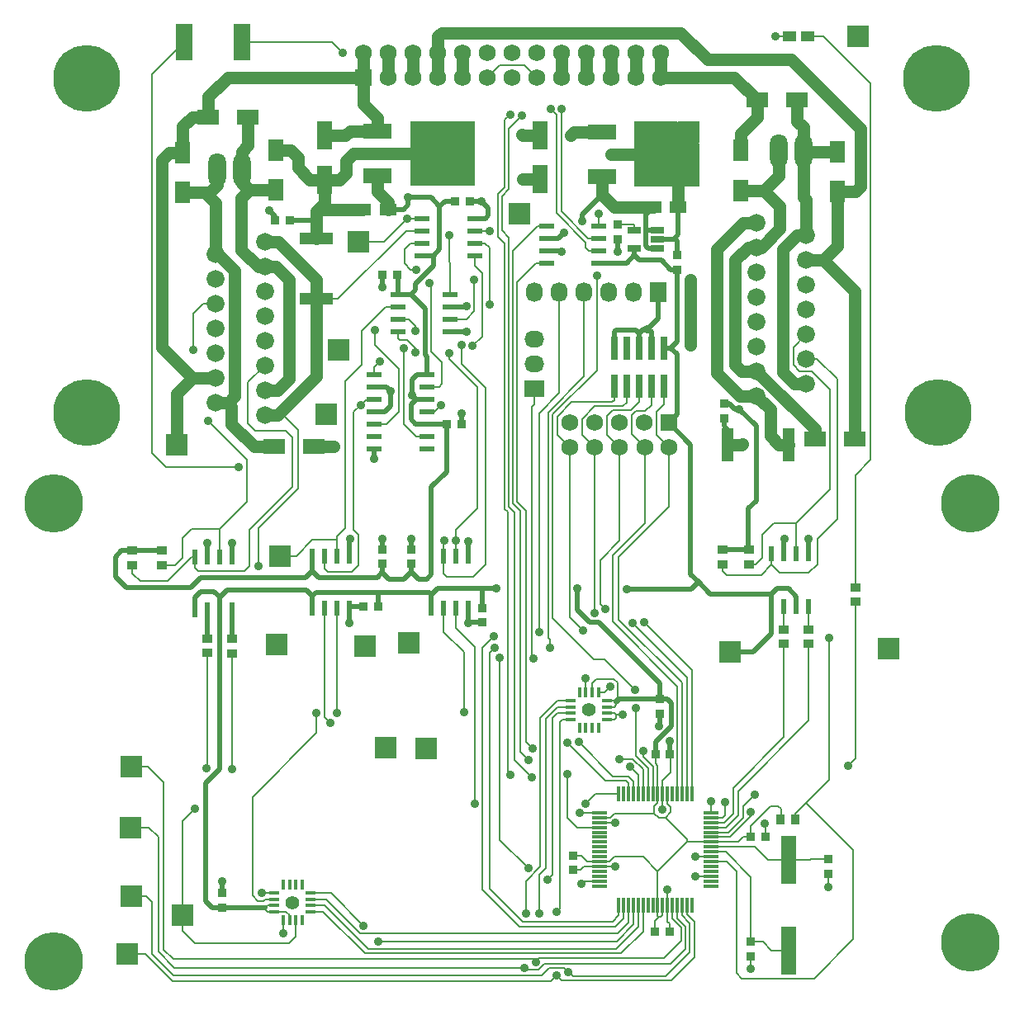
<source format=gtl>
%FSLAX34Y34*%
G04 Gerber Fmt 3.4, Leading zero omitted, Abs format*
G04 (created by PCBNEW (2014-02-21 BZR 4712)-product) date Tue 25 Feb 2014 10:55:41 PM PST*
%MOIN*%
G01*
G70*
G90*
G04 APERTURE LIST*
%ADD10C,0.005906*%
%ADD11R,0.062900X0.118100*%
%ADD12R,0.037400X0.035400*%
%ADD13R,0.070800X0.049200*%
%ADD14R,0.035400X0.037400*%
%ADD15R,0.053100X0.041300*%
%ADD16R,0.086600X0.061000*%
%ADD17R,0.061000X0.086600*%
%ADD18R,0.080000X0.068000*%
%ADD19O,0.080000X0.068000*%
%ADD20R,0.068000X0.080000*%
%ADD21O,0.068000X0.080000*%
%ADD22R,0.029921X0.094488*%
%ADD23O,0.070900X0.137800*%
%ADD24R,0.039300X0.033400*%
%ADD25R,0.033400X0.039300*%
%ADD26R,0.045200X0.131800*%
%ADD27R,0.131800X0.045200*%
%ADD28R,0.066900X0.145700*%
%ADD29R,0.061000X0.023600*%
%ADD30R,0.059000X0.011800*%
%ADD31R,0.011800X0.059000*%
%ADD32R,0.052800X0.025900*%
%ADD33R,0.023600X0.061000*%
%ADD34C,0.072000*%
%ADD35R,0.062900X0.192900*%
%ADD36R,0.068000X0.068000*%
%ADD37C,0.068000*%
%ADD38R,0.039300X0.013700*%
%ADD39R,0.013700X0.039300*%
%ADD40R,0.088000X0.088000*%
%ADD41C,0.236200*%
%ADD42C,0.270000*%
%ADD43C,0.055118*%
%ADD44R,0.118100X0.063000*%
%ADD45R,0.087926X0.087926*%
%ADD46R,0.263780X0.263780*%
%ADD47C,0.035000*%
%ADD48C,0.020000*%
%ADD49C,0.050000*%
%ADD50C,0.008000*%
G04 APERTURE END LIST*
G54D10*
G54D11*
X40488Y-24485D03*
X40488Y-26255D03*
G54D12*
X45344Y-47269D03*
X45344Y-47859D03*
G54D13*
X45051Y-27413D03*
X46073Y-27413D03*
G54D14*
X45159Y-49490D03*
X45749Y-49490D03*
X48998Y-52844D03*
X49588Y-52844D03*
G54D12*
X41824Y-53588D03*
X41824Y-54178D03*
G54D14*
X45143Y-56651D03*
X45733Y-56651D03*
G54D12*
X27659Y-55686D03*
X27659Y-55096D03*
X43635Y-28108D03*
X43635Y-28698D03*
X49001Y-57061D03*
X49001Y-57651D03*
X46049Y-29919D03*
X46049Y-29329D03*
X52120Y-53738D03*
X52120Y-54328D03*
G54D11*
X31801Y-24514D03*
X31801Y-26284D03*
G54D13*
X34369Y-27500D03*
X33347Y-27500D03*
G54D14*
X29799Y-27940D03*
X30389Y-27940D03*
G54D12*
X47923Y-35329D03*
X47923Y-35919D03*
G54D14*
X37069Y-27159D03*
X37659Y-27159D03*
X34722Y-30127D03*
X34132Y-30127D03*
X36734Y-36179D03*
X37324Y-36179D03*
G54D12*
X34143Y-41808D03*
X34143Y-41218D03*
X35309Y-41808D03*
X35309Y-41218D03*
G54D15*
X51285Y-20505D03*
X50577Y-20505D03*
G54D16*
X27102Y-23751D03*
X28716Y-23751D03*
G54D17*
X29818Y-26712D03*
X29818Y-25098D03*
G54D16*
X53210Y-36761D03*
X51596Y-36761D03*
G54D17*
X48598Y-26724D03*
X48598Y-25110D03*
X26082Y-25189D03*
X26082Y-26803D03*
G54D16*
X29763Y-37066D03*
X31377Y-37066D03*
G54D17*
X52515Y-26767D03*
X52515Y-25153D03*
G54D16*
X50877Y-23078D03*
X49263Y-23078D03*
G54D18*
X40281Y-34726D03*
G54D19*
X40281Y-33726D03*
X40281Y-32726D03*
G54D20*
X45281Y-30840D03*
G54D21*
X44281Y-30840D03*
X43281Y-30840D03*
X42281Y-30840D03*
X41281Y-30840D03*
X40281Y-30840D03*
G54D22*
X45488Y-33090D03*
X45488Y-34625D03*
X44988Y-33090D03*
X44988Y-34625D03*
X44488Y-33090D03*
X44488Y-34625D03*
X43988Y-33090D03*
X43988Y-34625D03*
X43488Y-33090D03*
X43488Y-34625D03*
G54D23*
X27468Y-25913D03*
X28468Y-25913D03*
X51122Y-25145D03*
X50122Y-25145D03*
G54D24*
X53218Y-42758D03*
X53218Y-43348D03*
G54D25*
X50800Y-52124D03*
X50210Y-52124D03*
G54D24*
X27061Y-45415D03*
X27061Y-44825D03*
X28057Y-45430D03*
X28057Y-44840D03*
X50348Y-45045D03*
X50348Y-44455D03*
X51348Y-45045D03*
X51348Y-44455D03*
X24041Y-41856D03*
X24041Y-41266D03*
X47860Y-41824D03*
X47860Y-41234D03*
X25218Y-41856D03*
X25218Y-41266D03*
X48919Y-41828D03*
X48919Y-41238D03*
G54D26*
X48081Y-36982D03*
X50521Y-36982D03*
G54D27*
X31468Y-28673D03*
X31468Y-31113D03*
G54D28*
X26142Y-20724D03*
X28464Y-20724D03*
G54D29*
X40756Y-28155D03*
X40756Y-28655D03*
X40756Y-29155D03*
X40756Y-29655D03*
X42880Y-29655D03*
X42880Y-29155D03*
X42880Y-28655D03*
X42880Y-28155D03*
G54D30*
X42907Y-51864D03*
X42907Y-52061D03*
X42907Y-52258D03*
X42907Y-52455D03*
X42907Y-52652D03*
X42907Y-52848D03*
X42907Y-53045D03*
X42907Y-53242D03*
X42907Y-53438D03*
X42907Y-53635D03*
X42907Y-53832D03*
X42907Y-54028D03*
X42907Y-54225D03*
X42907Y-54422D03*
X42907Y-54619D03*
X42907Y-54816D03*
G54D31*
X43675Y-55584D03*
X43872Y-55584D03*
X44069Y-55584D03*
X44266Y-55584D03*
X44463Y-55584D03*
X44659Y-55584D03*
X44856Y-55584D03*
X45053Y-55584D03*
X45249Y-55584D03*
X45446Y-55584D03*
X45643Y-55584D03*
X45839Y-55584D03*
X46036Y-55584D03*
X46233Y-55584D03*
X46430Y-55584D03*
X46627Y-55584D03*
G54D30*
X47395Y-54816D03*
X47395Y-54619D03*
X47395Y-54422D03*
X47395Y-54225D03*
X47395Y-54028D03*
X47395Y-53832D03*
X47395Y-53635D03*
X47395Y-53438D03*
X47395Y-53242D03*
X47395Y-53045D03*
X47395Y-52848D03*
X47395Y-52652D03*
X47395Y-52455D03*
X47395Y-52258D03*
X47395Y-52061D03*
X47395Y-51864D03*
G54D31*
X46627Y-51096D03*
X46430Y-51096D03*
X46233Y-51096D03*
X46036Y-51096D03*
X45839Y-51096D03*
X45643Y-51096D03*
X45446Y-51096D03*
X45249Y-51096D03*
X45053Y-51096D03*
X44856Y-51096D03*
X44659Y-51096D03*
X44463Y-51096D03*
X44266Y-51096D03*
X44069Y-51096D03*
X43872Y-51096D03*
X43675Y-51096D03*
G54D32*
X45250Y-29070D03*
X45250Y-28696D03*
X45250Y-28322D03*
X44300Y-28322D03*
X44300Y-29070D03*
G54D33*
X31314Y-43611D03*
X31814Y-43611D03*
X32314Y-43611D03*
X32814Y-43611D03*
X32814Y-41487D03*
X32314Y-41487D03*
X31814Y-41487D03*
X31314Y-41487D03*
X36114Y-43611D03*
X36614Y-43611D03*
X37114Y-43611D03*
X37614Y-43611D03*
X37614Y-41487D03*
X37114Y-41487D03*
X36614Y-41487D03*
X36114Y-41487D03*
G54D34*
X27389Y-32299D03*
X29389Y-31799D03*
X27389Y-31299D03*
X29389Y-30799D03*
X27389Y-30299D03*
X29389Y-29799D03*
X27389Y-29299D03*
X29389Y-28799D03*
X29389Y-35799D03*
X27389Y-35299D03*
X29389Y-34799D03*
X27389Y-34299D03*
X29389Y-33799D03*
X27389Y-33299D03*
X29389Y-32799D03*
X51244Y-31523D03*
X49244Y-32023D03*
X51244Y-32523D03*
X49244Y-33023D03*
X51244Y-33523D03*
X49244Y-34023D03*
X51244Y-34523D03*
X49244Y-35023D03*
X49244Y-28023D03*
X51244Y-28523D03*
X49244Y-29023D03*
X51244Y-29523D03*
X49244Y-30023D03*
X51244Y-30523D03*
X49244Y-31023D03*
G54D29*
X34758Y-30929D03*
X34758Y-31429D03*
X34758Y-31929D03*
X34758Y-32429D03*
X36882Y-32429D03*
X36882Y-31929D03*
X36882Y-31429D03*
X36882Y-30929D03*
G54D35*
X50549Y-57418D03*
X50549Y-53758D03*
G54D29*
X33813Y-34155D03*
X33813Y-34655D03*
X33813Y-35155D03*
X33813Y-35655D03*
X33813Y-36155D03*
X33813Y-36655D03*
X33813Y-37155D03*
X35937Y-37155D03*
X35937Y-36655D03*
X35937Y-36155D03*
X35937Y-35655D03*
X35937Y-35155D03*
X35937Y-34655D03*
X35937Y-34155D03*
X37855Y-29354D03*
X37855Y-28854D03*
X37855Y-28354D03*
X37855Y-27854D03*
X35731Y-27854D03*
X35731Y-28354D03*
X35731Y-28854D03*
X35731Y-29354D03*
G54D36*
X45700Y-36114D03*
G54D37*
X45700Y-37114D03*
X44700Y-36114D03*
X44724Y-37102D03*
X43700Y-36114D03*
X43700Y-37114D03*
X42700Y-36114D03*
X42700Y-37114D03*
X41700Y-36114D03*
X41700Y-37114D03*
G54D33*
X26559Y-43658D03*
X27059Y-43658D03*
X27559Y-43658D03*
X28059Y-43658D03*
X28059Y-41534D03*
X27559Y-41534D03*
X27059Y-41534D03*
X26559Y-41534D03*
X49850Y-43520D03*
X50350Y-43520D03*
X50850Y-43520D03*
X51350Y-43520D03*
X51350Y-41396D03*
X50850Y-41396D03*
X50350Y-41396D03*
X49850Y-41396D03*
G54D38*
X31239Y-55865D03*
X31239Y-55609D03*
X31239Y-55355D03*
X31239Y-55099D03*
G54D39*
X30894Y-54754D03*
X30638Y-54754D03*
X30384Y-54754D03*
X30128Y-54754D03*
G54D38*
X29783Y-55099D03*
X29783Y-55355D03*
X29783Y-55609D03*
X29783Y-55865D03*
G54D39*
X30128Y-56210D03*
X30384Y-56210D03*
X30638Y-56210D03*
X30894Y-56210D03*
G54D38*
X41748Y-47329D03*
X41748Y-47585D03*
X41748Y-47839D03*
X41748Y-48095D03*
G54D39*
X42093Y-48440D03*
X42349Y-48440D03*
X42603Y-48440D03*
X42859Y-48440D03*
G54D38*
X43204Y-48095D03*
X43204Y-47839D03*
X43204Y-47585D03*
X43204Y-47329D03*
G54D39*
X42859Y-46984D03*
X42603Y-46984D03*
X42349Y-46984D03*
X42093Y-46984D03*
G54D40*
X39655Y-27655D03*
X48151Y-45379D03*
X54564Y-45218D03*
X31883Y-35769D03*
X25840Y-37001D03*
X53340Y-20509D03*
X35210Y-45009D03*
X33423Y-45116D03*
X30005Y-41494D03*
X33167Y-28801D03*
X32360Y-33175D03*
X29875Y-45076D03*
X35899Y-49269D03*
X34257Y-49246D03*
X26068Y-55990D03*
X24001Y-55230D03*
X23848Y-57580D03*
X24009Y-49990D03*
X23958Y-52458D03*
G54D14*
X33958Y-43545D03*
X33368Y-43545D03*
G54D12*
X38171Y-43584D03*
X38171Y-44174D03*
G54D41*
X57874Y-57086D03*
X57874Y-39370D03*
X20866Y-39370D03*
X20866Y-57874D03*
G54D42*
X56555Y-35688D03*
X56515Y-22185D03*
X22185Y-35688D03*
X22185Y-22185D03*
G54D43*
X42476Y-47712D03*
X30511Y-55482D03*
G54D36*
X33370Y-22153D03*
G54D37*
X34370Y-22153D03*
X35370Y-22153D03*
X36370Y-22153D03*
X37370Y-22153D03*
X38370Y-22153D03*
X39370Y-22153D03*
X40370Y-22153D03*
X41370Y-22153D03*
X42370Y-22153D03*
X43370Y-22153D03*
X44370Y-22153D03*
X45370Y-22153D03*
X45370Y-21153D03*
X44370Y-21153D03*
X43370Y-21153D03*
X42370Y-21153D03*
X41370Y-21153D03*
X40370Y-21153D03*
X39370Y-21153D03*
X38370Y-21153D03*
X37370Y-21153D03*
X36370Y-21153D03*
X35370Y-21153D03*
X34370Y-21153D03*
X33370Y-21153D03*
G54D44*
X42988Y-24349D03*
X42988Y-26161D03*
G54D45*
X45606Y-25255D03*
X46485Y-24376D03*
X46485Y-26135D03*
X44726Y-24376D03*
X44726Y-26135D03*
X45606Y-24376D03*
X45606Y-26135D03*
X46485Y-25255D03*
X44726Y-25255D03*
G54D46*
X45606Y-25255D03*
G54D44*
X33946Y-24324D03*
X33946Y-26136D03*
G54D45*
X36564Y-25230D03*
X37444Y-24351D03*
X37444Y-26109D03*
X35685Y-24351D03*
X35685Y-26109D03*
X36564Y-24351D03*
X36564Y-26109D03*
X37444Y-25230D03*
X35685Y-25230D03*
G54D46*
X36564Y-25230D03*
G54D47*
X41356Y-29183D03*
X42210Y-27978D03*
X40320Y-57883D03*
X40470Y-55919D03*
X39860Y-58131D03*
X39931Y-55919D03*
X41639Y-58289D03*
X40816Y-54553D03*
X39781Y-24478D03*
X41738Y-24494D03*
X43706Y-49698D03*
X40210Y-49261D03*
X40049Y-49738D03*
X44120Y-50001D03*
X33840Y-32356D03*
X38470Y-31340D03*
X34458Y-34820D03*
X35328Y-34982D03*
X48541Y-35549D03*
X35179Y-27001D03*
X29551Y-27523D03*
X37423Y-47797D03*
X42053Y-49009D03*
X48651Y-36974D03*
X35309Y-40793D03*
X34143Y-40789D03*
X27064Y-40954D03*
X28061Y-40950D03*
X37612Y-40891D03*
X32828Y-40809D03*
X51348Y-40801D03*
X50352Y-40789D03*
X37324Y-35726D03*
X34131Y-30616D03*
X38131Y-27159D03*
X33812Y-37549D03*
X32151Y-37064D03*
X37525Y-32431D03*
X37521Y-31407D03*
X37868Y-51513D03*
X42328Y-51509D03*
X32041Y-48218D03*
X44659Y-49356D03*
X27049Y-50080D03*
X47391Y-51407D03*
X28068Y-50108D03*
X47958Y-51419D03*
X27112Y-36045D03*
X26486Y-33175D03*
X34990Y-33088D03*
X29120Y-41915D03*
X41596Y-49021D03*
X32309Y-47840D03*
X49009Y-51816D03*
X39312Y-50336D03*
X39289Y-23651D03*
X40151Y-50446D03*
X49183Y-51120D03*
X39781Y-23683D03*
X44226Y-44183D03*
X42698Y-43785D03*
X44714Y-44175D03*
X43120Y-43631D03*
X38663Y-45206D03*
X40899Y-45210D03*
X40458Y-44549D03*
X38631Y-44738D03*
X41171Y-58427D03*
X41159Y-55860D03*
X28348Y-37891D03*
X52183Y-44793D03*
X42238Y-44490D03*
X33375Y-56419D03*
X33978Y-57049D03*
X44001Y-42824D03*
X41998Y-42812D03*
X38718Y-42812D03*
X37612Y-44198D03*
X50005Y-20505D03*
X43832Y-47907D03*
X45289Y-48368D03*
X27663Y-54631D03*
X46568Y-30316D03*
X46561Y-30836D03*
X46568Y-32387D03*
X46572Y-32954D03*
X32549Y-21163D03*
X39801Y-26257D03*
X45750Y-48958D03*
X44848Y-32320D03*
X49568Y-52309D03*
X52127Y-54852D03*
X49001Y-58163D03*
X45431Y-51730D03*
X43545Y-52261D03*
X43541Y-54025D03*
X46753Y-54423D03*
X46765Y-53635D03*
X45643Y-54954D03*
X29253Y-55096D03*
X30127Y-56742D03*
X43328Y-46765D03*
X32812Y-44210D03*
X41458Y-28423D03*
X43352Y-25253D03*
X43635Y-29214D03*
X40025Y-54108D03*
X38879Y-45612D03*
X40242Y-45631D03*
X42151Y-54718D03*
X41364Y-23419D03*
X40927Y-23431D03*
X52919Y-49978D03*
X41588Y-50301D03*
X35137Y-27854D03*
X36820Y-28521D03*
X26561Y-51710D03*
X42096Y-51864D03*
X36513Y-35387D03*
X33257Y-35383D03*
X37114Y-40872D03*
X35470Y-33269D03*
X36828Y-33301D03*
X36620Y-40875D03*
X37320Y-32978D03*
X35478Y-32411D03*
X31482Y-47820D03*
X42340Y-46438D03*
X37781Y-33009D03*
X34029Y-33639D03*
X35486Y-29919D03*
X36021Y-30466D03*
X37848Y-30320D03*
X38478Y-28356D03*
X44344Y-46887D03*
X44352Y-47647D03*
X42785Y-30175D03*
X42868Y-27659D03*
G54D48*
X42210Y-27978D02*
X42210Y-27683D01*
X42210Y-27683D02*
X42988Y-26905D01*
X40756Y-29155D02*
X41328Y-29155D01*
X41328Y-29155D02*
X41356Y-29183D01*
X45250Y-28322D02*
X44761Y-28322D01*
X45250Y-29070D02*
X44862Y-29070D01*
X44761Y-27703D02*
X45051Y-27413D01*
X44761Y-28970D02*
X44761Y-28322D01*
X44761Y-28322D02*
X44761Y-27703D01*
X44862Y-29070D02*
X44761Y-28970D01*
G54D49*
X45051Y-27413D02*
X43496Y-27413D01*
X42988Y-26905D02*
X42988Y-26161D01*
X43496Y-27413D02*
X42988Y-26905D01*
G54D50*
X40320Y-57883D02*
X40218Y-57781D01*
X24671Y-49990D02*
X24009Y-49990D01*
X25312Y-50631D02*
X24671Y-49990D01*
X25312Y-57395D02*
X25312Y-50631D01*
X25698Y-57781D02*
X25312Y-57395D01*
X40218Y-57781D02*
X25698Y-57781D01*
X41748Y-47585D02*
X41201Y-47585D01*
X45839Y-56148D02*
X45839Y-55584D01*
X46198Y-56507D02*
X45839Y-56148D01*
X46198Y-57045D02*
X46198Y-56507D01*
X45509Y-57734D02*
X46198Y-57045D01*
X40470Y-57734D02*
X45509Y-57734D01*
X40320Y-57883D02*
X40470Y-57734D01*
X40470Y-54360D02*
X40470Y-55919D01*
X40738Y-54092D02*
X40470Y-54360D01*
X40738Y-48049D02*
X40738Y-54092D01*
X41201Y-47585D02*
X40738Y-48049D01*
X39860Y-58131D02*
X25742Y-58131D01*
X24698Y-52458D02*
X23958Y-52458D01*
X25088Y-52848D02*
X24698Y-52458D01*
X25088Y-57478D02*
X25088Y-52848D01*
X25742Y-58131D02*
X25088Y-57478D01*
X40450Y-58198D02*
X39927Y-58198D01*
X39927Y-58198D02*
X39860Y-58131D01*
X41748Y-47329D02*
X41202Y-47329D01*
X46036Y-56119D02*
X46036Y-55584D01*
X46372Y-56454D02*
X46036Y-56119D01*
X46372Y-57360D02*
X46372Y-56454D01*
X45755Y-57976D02*
X46372Y-57360D01*
X40672Y-57976D02*
X45755Y-57976D01*
X40450Y-58198D02*
X40672Y-57976D01*
X39931Y-54616D02*
X39931Y-55919D01*
X40513Y-54033D02*
X39931Y-54616D01*
X40513Y-48017D02*
X40513Y-54033D01*
X41202Y-47329D02*
X40513Y-48017D01*
X41639Y-58289D02*
X41467Y-58116D01*
X24600Y-55230D02*
X24001Y-55230D01*
X24836Y-55466D02*
X24600Y-55230D01*
X24836Y-57561D02*
X24836Y-55466D01*
X25694Y-58419D02*
X24836Y-57561D01*
X40572Y-58419D02*
X25694Y-58419D01*
X40875Y-58116D02*
X40572Y-58419D01*
X41467Y-58116D02*
X40875Y-58116D01*
X40816Y-54553D02*
X41009Y-54360D01*
X41009Y-48045D02*
X41215Y-47839D01*
X41009Y-54360D02*
X41009Y-48045D01*
X46545Y-57490D02*
X45559Y-58475D01*
X41826Y-58475D02*
X41639Y-58289D01*
X45559Y-58475D02*
X41826Y-58475D01*
X41748Y-47839D02*
X41215Y-47839D01*
X46233Y-56005D02*
X46233Y-55584D01*
X46545Y-56316D02*
X46233Y-56005D01*
X46545Y-57490D02*
X46545Y-56316D01*
G54D49*
X40488Y-24485D02*
X39788Y-24485D01*
X39788Y-24485D02*
X39781Y-24478D01*
X41738Y-24494D02*
X41882Y-24349D01*
X41882Y-24349D02*
X42988Y-24349D01*
X37370Y-21153D02*
X37370Y-22153D01*
G54D50*
X44659Y-51096D02*
X44659Y-50112D01*
X44246Y-49698D02*
X43706Y-49698D01*
X44659Y-50112D02*
X44246Y-49698D01*
X39946Y-48998D02*
X39946Y-39663D01*
X40210Y-49261D02*
X39946Y-48998D01*
X40756Y-29655D02*
X40336Y-29655D01*
X39567Y-39284D02*
X39946Y-39663D01*
X39567Y-30424D02*
X39567Y-39284D01*
X40336Y-29655D02*
X39567Y-30424D01*
X44463Y-51096D02*
X44463Y-50345D01*
X39710Y-49399D02*
X39710Y-39679D01*
X40049Y-49738D02*
X39710Y-49399D01*
X44463Y-50345D02*
X44120Y-50001D01*
X39710Y-39679D02*
X39407Y-39375D01*
X40756Y-28155D02*
X40407Y-28155D01*
X39407Y-29155D02*
X39407Y-39375D01*
X40407Y-28155D02*
X39407Y-29155D01*
G54D49*
X51244Y-34523D02*
X50775Y-34523D01*
X50314Y-34062D02*
X50314Y-29082D01*
X50775Y-34523D02*
X50314Y-34062D01*
X51244Y-28523D02*
X51244Y-27110D01*
X51122Y-26988D02*
X51122Y-25145D01*
X51244Y-27110D02*
X51122Y-26988D01*
X52515Y-25153D02*
X51130Y-25153D01*
X51130Y-25153D02*
X51122Y-25145D01*
X51122Y-25145D02*
X51122Y-24169D01*
X51122Y-24169D02*
X50877Y-23925D01*
X50877Y-23925D02*
X50877Y-23078D01*
X51244Y-34523D02*
X51244Y-34523D01*
X50874Y-28523D02*
X51244Y-28523D01*
X50314Y-29082D02*
X50874Y-28523D01*
X49244Y-34023D02*
X51596Y-36376D01*
X51596Y-36376D02*
X51596Y-36761D01*
X49244Y-29023D02*
X49429Y-29023D01*
X50181Y-27377D02*
X49527Y-26724D01*
X50181Y-28271D02*
X50181Y-27377D01*
X49429Y-29023D02*
X50181Y-28271D01*
X48598Y-26724D02*
X49527Y-26724D01*
X49527Y-26724D02*
X50122Y-26129D01*
X50122Y-26129D02*
X50122Y-25145D01*
X49244Y-34023D02*
X48633Y-34023D01*
X48901Y-29023D02*
X49244Y-29023D01*
X48381Y-29543D02*
X48901Y-29023D01*
X48381Y-33771D02*
X48381Y-29543D01*
X48633Y-34023D02*
X48381Y-33771D01*
G54D50*
X47860Y-41824D02*
X47860Y-42096D01*
X49435Y-42257D02*
X49850Y-41842D01*
X48021Y-42257D02*
X49435Y-42257D01*
X47860Y-42096D02*
X48021Y-42257D01*
X49850Y-41396D02*
X49850Y-41842D01*
X51673Y-33523D02*
X51244Y-33523D01*
X52490Y-34340D02*
X51673Y-33523D01*
X52490Y-39998D02*
X52490Y-34340D01*
X51698Y-40789D02*
X52490Y-39998D01*
X51698Y-41824D02*
X51698Y-40789D01*
X51348Y-42175D02*
X51698Y-41824D01*
X50183Y-42175D02*
X51348Y-42175D01*
X49850Y-41842D02*
X50183Y-42175D01*
X48919Y-41828D02*
X49206Y-41828D01*
X49919Y-40175D02*
X50850Y-40175D01*
X49454Y-40639D02*
X49919Y-40175D01*
X49454Y-41580D02*
X49454Y-40639D01*
X49206Y-41828D02*
X49454Y-41580D01*
X51244Y-32523D02*
X50718Y-33049D01*
X50850Y-40153D02*
X50850Y-40175D01*
X50850Y-40175D02*
X50850Y-41396D01*
X52214Y-38789D02*
X50850Y-40153D01*
X52214Y-34761D02*
X52214Y-38789D01*
X51474Y-34021D02*
X52214Y-34761D01*
X50982Y-34021D02*
X51474Y-34021D01*
X50718Y-33757D02*
X50982Y-34021D01*
X50718Y-33049D02*
X50718Y-33757D01*
X33813Y-36155D02*
X34285Y-36155D01*
X33840Y-32978D02*
X33840Y-32356D01*
X34785Y-33923D02*
X33840Y-32978D01*
X34785Y-35655D02*
X34785Y-33923D01*
X34285Y-36155D02*
X34785Y-35655D01*
G54D49*
X49244Y-35023D02*
X49785Y-35564D01*
X50143Y-36982D02*
X50521Y-36982D01*
X49785Y-36624D02*
X50143Y-36982D01*
X49785Y-35564D02*
X49785Y-36624D01*
G54D50*
X38283Y-28854D02*
X37855Y-28854D01*
X38470Y-29041D02*
X38283Y-28854D01*
X38470Y-31340D02*
X38470Y-29041D01*
G54D49*
X49244Y-35023D02*
X48555Y-35023D01*
X48712Y-28023D02*
X49244Y-28023D01*
X47645Y-29090D02*
X48712Y-28023D01*
X47645Y-34114D02*
X47645Y-29090D01*
X48555Y-35023D02*
X47645Y-34114D01*
G54D48*
X34369Y-27500D02*
X34992Y-27500D01*
X35179Y-27312D02*
X35179Y-27001D01*
X34992Y-27500D02*
X35179Y-27312D01*
G54D49*
X34369Y-27500D02*
X34369Y-27184D01*
X33946Y-26761D02*
X33946Y-26136D01*
X34369Y-27184D02*
X33946Y-26761D01*
G54D48*
X24041Y-41266D02*
X25218Y-41266D01*
X23352Y-42344D02*
X23352Y-41529D01*
X23615Y-41266D02*
X24041Y-41266D01*
X23352Y-41529D02*
X23615Y-41266D01*
X23352Y-42344D02*
X23789Y-42781D01*
X26399Y-42781D02*
X26816Y-42364D01*
X23789Y-42781D02*
X26399Y-42781D01*
X35937Y-34155D02*
X35937Y-33426D01*
X35868Y-31505D02*
X35291Y-30929D01*
X35868Y-33356D02*
X35868Y-31505D01*
X35937Y-33426D02*
X35868Y-33356D01*
X34143Y-42147D02*
X33931Y-42360D01*
X31578Y-42360D02*
X31314Y-42096D01*
X33931Y-42360D02*
X31578Y-42360D01*
X35309Y-42120D02*
X35009Y-42419D01*
X34143Y-42151D02*
X34143Y-42147D01*
X34143Y-42147D02*
X34143Y-41808D01*
X34411Y-42419D02*
X34143Y-42151D01*
X35009Y-42419D02*
X34411Y-42419D01*
X36114Y-41487D02*
X36114Y-42228D01*
X35309Y-42120D02*
X35309Y-41808D01*
X35608Y-42419D02*
X35309Y-42120D01*
X35923Y-42419D02*
X35608Y-42419D01*
X36114Y-42228D02*
X35923Y-42419D01*
X31314Y-42096D02*
X31047Y-42364D01*
X31047Y-42364D02*
X26816Y-42364D01*
X31314Y-42096D02*
X31314Y-41487D01*
X36734Y-36179D02*
X36734Y-38088D01*
X36114Y-38708D02*
X36114Y-41487D01*
X36734Y-38088D02*
X36114Y-38708D01*
X47860Y-41234D02*
X48915Y-41234D01*
X49238Y-36246D02*
X48541Y-35549D01*
X49238Y-39250D02*
X49238Y-36246D01*
X48915Y-39572D02*
X49238Y-39250D01*
X48915Y-41234D02*
X48915Y-39572D01*
X35937Y-36155D02*
X36710Y-36155D01*
X36710Y-36155D02*
X36734Y-36179D01*
X34758Y-30929D02*
X34758Y-30164D01*
X34758Y-30164D02*
X34722Y-30127D01*
X37069Y-27159D02*
X36651Y-27159D01*
X36651Y-27159D02*
X36450Y-27360D01*
X35937Y-36155D02*
X35474Y-36155D01*
X35289Y-35368D02*
X35501Y-35155D01*
X35289Y-35970D02*
X35289Y-35368D01*
X35474Y-36155D02*
X35289Y-35970D01*
X35328Y-34982D02*
X35328Y-34372D01*
X35328Y-34372D02*
X35545Y-34155D01*
X35937Y-35155D02*
X35501Y-35155D01*
X35328Y-34982D02*
X35501Y-35155D01*
X33813Y-35655D02*
X34226Y-35655D01*
X34226Y-35655D02*
X34458Y-35423D01*
X34458Y-35423D02*
X34458Y-34820D01*
X34293Y-34655D02*
X33813Y-34655D01*
X34458Y-34820D02*
X34293Y-34655D01*
X35937Y-34155D02*
X35545Y-34155D01*
X36185Y-29354D02*
X36185Y-29775D01*
X35478Y-30742D02*
X35291Y-30929D01*
X35478Y-30482D02*
X35478Y-30742D01*
X36185Y-29775D02*
X35478Y-30482D01*
X35731Y-29354D02*
X36185Y-29354D01*
X36185Y-29354D02*
X36450Y-29088D01*
X35179Y-27001D02*
X36092Y-27001D01*
X36092Y-27001D02*
X36450Y-27360D01*
X35291Y-30929D02*
X34758Y-30929D01*
X36450Y-27360D02*
X36450Y-29088D01*
X48147Y-35329D02*
X47923Y-35329D01*
X48368Y-35549D02*
X48147Y-35329D01*
X48541Y-35549D02*
X48368Y-35549D01*
X29799Y-27940D02*
X29799Y-27771D01*
X29799Y-27771D02*
X29551Y-27523D01*
G54D50*
X37423Y-45372D02*
X36614Y-44562D01*
X37423Y-47797D02*
X37423Y-45372D01*
X44064Y-50403D02*
X43446Y-50403D01*
X43446Y-50403D02*
X42053Y-49009D01*
X44266Y-51096D02*
X44266Y-50605D01*
X36614Y-44562D02*
X36614Y-43611D01*
X44266Y-50605D02*
X44064Y-50403D01*
X47922Y-52258D02*
X48297Y-51883D01*
X48297Y-50864D02*
X50348Y-48812D01*
X48297Y-51883D02*
X48297Y-50864D01*
X50348Y-45045D02*
X50348Y-48812D01*
X47922Y-52258D02*
X47395Y-52258D01*
X48016Y-52455D02*
X48501Y-51970D01*
X48501Y-50994D02*
X51348Y-48147D01*
X48501Y-51970D02*
X48501Y-50994D01*
X47395Y-52455D02*
X48016Y-52455D01*
X51348Y-48147D02*
X51348Y-45045D01*
G54D49*
X31801Y-26284D02*
X31205Y-26284D01*
X30425Y-25098D02*
X29818Y-25098D01*
X30718Y-25391D02*
X30425Y-25098D01*
X30718Y-25797D02*
X30718Y-25391D01*
X31205Y-26284D02*
X30718Y-25797D01*
X31801Y-26284D02*
X31801Y-27226D01*
X31801Y-27226D02*
X31527Y-27500D01*
X31801Y-26284D02*
X32392Y-26284D01*
X32954Y-25230D02*
X36564Y-25230D01*
X32655Y-25529D02*
X32954Y-25230D01*
X32655Y-26021D02*
X32655Y-25529D01*
X32392Y-26284D02*
X32655Y-26021D01*
G54D48*
X48081Y-36982D02*
X48081Y-36392D01*
X47923Y-36234D02*
X47923Y-35919D01*
X48081Y-36392D02*
X47923Y-36234D01*
G54D49*
X48081Y-36982D02*
X48643Y-36982D01*
X48643Y-36982D02*
X48651Y-36974D01*
G54D48*
X35309Y-41218D02*
X35309Y-40793D01*
X34143Y-41218D02*
X34143Y-40789D01*
X27059Y-41534D02*
X27059Y-40960D01*
X27059Y-40960D02*
X27064Y-40954D01*
X28059Y-41534D02*
X28059Y-40952D01*
X28059Y-40952D02*
X28061Y-40950D01*
X37614Y-41487D02*
X37614Y-40893D01*
X37614Y-40893D02*
X37612Y-40891D01*
X32814Y-41487D02*
X32814Y-40822D01*
X32814Y-40822D02*
X32828Y-40809D01*
X51350Y-41396D02*
X51350Y-40803D01*
X51350Y-40803D02*
X51348Y-40801D01*
X50350Y-41396D02*
X50350Y-40791D01*
X50350Y-40791D02*
X50352Y-40789D01*
X37324Y-36179D02*
X37324Y-35726D01*
X37324Y-35726D02*
X37324Y-35726D01*
X34132Y-30127D02*
X34132Y-30615D01*
X34132Y-30615D02*
X34131Y-30616D01*
X38131Y-27159D02*
X38407Y-27435D01*
X37659Y-27159D02*
X38131Y-27159D01*
X38295Y-27854D02*
X37855Y-27854D01*
X38407Y-27742D02*
X38295Y-27854D01*
X38407Y-27435D02*
X38407Y-27742D01*
X33813Y-37155D02*
X33813Y-37548D01*
X33813Y-37548D02*
X33812Y-37549D01*
G54D49*
X31377Y-37066D02*
X32149Y-37066D01*
X32149Y-37066D02*
X32151Y-37064D01*
G54D48*
X36882Y-32429D02*
X37523Y-32429D01*
X37523Y-32429D02*
X37525Y-32431D01*
X36882Y-31429D02*
X37500Y-31429D01*
X37500Y-31429D02*
X37521Y-31407D01*
X30389Y-27940D02*
X31468Y-27940D01*
G54D49*
X33347Y-27500D02*
X31527Y-27500D01*
X31527Y-27500D02*
X31468Y-27559D01*
X31468Y-27940D02*
X31468Y-27559D01*
X31468Y-28673D02*
X31468Y-27940D01*
X45370Y-21153D02*
X45370Y-22153D01*
X44370Y-21153D02*
X44370Y-22153D01*
X43370Y-21153D02*
X43370Y-22153D01*
X42370Y-22153D02*
X42370Y-21153D01*
X48598Y-25110D02*
X48598Y-24440D01*
X49263Y-23775D02*
X49263Y-23078D01*
X48598Y-24440D02*
X49263Y-23775D01*
X49263Y-23078D02*
X48338Y-22153D01*
X48338Y-22153D02*
X45370Y-22153D01*
G54D50*
X37868Y-45161D02*
X37114Y-44407D01*
X37868Y-51513D02*
X37868Y-45161D01*
X43675Y-51096D02*
X42742Y-51096D01*
X37114Y-44407D02*
X37114Y-43611D01*
X42742Y-51096D02*
X42328Y-51509D01*
G54D49*
X33946Y-24324D02*
X32841Y-24324D01*
X32650Y-24514D02*
X31801Y-24514D01*
X32841Y-24324D02*
X32650Y-24514D01*
X33946Y-24324D02*
X33946Y-23809D01*
X33370Y-23232D02*
X33370Y-22153D01*
X33946Y-23809D02*
X33370Y-23232D01*
X26470Y-34299D02*
X25840Y-34929D01*
X25840Y-34929D02*
X25840Y-37001D01*
X26082Y-25189D02*
X25539Y-25189D01*
X26456Y-34299D02*
X26470Y-34299D01*
X26470Y-34299D02*
X27389Y-34299D01*
X25238Y-33080D02*
X26456Y-34299D01*
X25238Y-25490D02*
X25238Y-33080D01*
X25539Y-25189D02*
X25238Y-25490D01*
X53210Y-36761D02*
X53210Y-30793D01*
X53210Y-30793D02*
X51942Y-29525D01*
X36370Y-21153D02*
X36370Y-20500D01*
X36370Y-20500D02*
X36519Y-20350D01*
X36519Y-20350D02*
X46177Y-20350D01*
X46177Y-20350D02*
X47275Y-21448D01*
X47275Y-21448D02*
X50645Y-21448D01*
X50645Y-21448D02*
X53429Y-24232D01*
X53429Y-24232D02*
X53429Y-26562D01*
X53429Y-26562D02*
X53224Y-26767D01*
X53224Y-26767D02*
X52515Y-26767D01*
X33370Y-22153D02*
X27889Y-22153D01*
X27889Y-22153D02*
X27102Y-22940D01*
X36370Y-21153D02*
X36370Y-22153D01*
X35370Y-21153D02*
X35370Y-22153D01*
X34370Y-21153D02*
X34370Y-22153D01*
X33370Y-21153D02*
X33370Y-22153D01*
X26082Y-25189D02*
X26082Y-24137D01*
X26468Y-23751D02*
X27102Y-23751D01*
X26082Y-24137D02*
X26468Y-23751D01*
X51942Y-29525D02*
X52515Y-28952D01*
X52515Y-28952D02*
X52515Y-26767D01*
X51942Y-29525D02*
X51940Y-29523D01*
X51940Y-29523D02*
X51244Y-29523D01*
X27102Y-23751D02*
X27102Y-22940D01*
G54D50*
X31814Y-47992D02*
X31814Y-43611D01*
X32041Y-48218D02*
X31814Y-47992D01*
X45053Y-51096D02*
X45053Y-49994D01*
X44659Y-49600D02*
X44659Y-49356D01*
X45053Y-49994D02*
X44659Y-49600D01*
X47395Y-51864D02*
X47395Y-51411D01*
X27061Y-50068D02*
X27061Y-45415D01*
X27049Y-50080D02*
X27061Y-50068D01*
X47395Y-51411D02*
X47391Y-51407D01*
X47395Y-52061D02*
X47867Y-52061D01*
X28057Y-50096D02*
X28057Y-45430D01*
X28068Y-50108D02*
X28057Y-50096D01*
X47958Y-51970D02*
X47958Y-51419D01*
X47867Y-52061D02*
X47958Y-51970D01*
G54D49*
X27389Y-29299D02*
X27389Y-27228D01*
X27389Y-27228D02*
X26964Y-26803D01*
X26082Y-26803D02*
X26964Y-26803D01*
X26964Y-26803D02*
X27165Y-26803D01*
X27468Y-26500D02*
X27468Y-25913D01*
X27165Y-26803D02*
X27468Y-26500D01*
X27885Y-35299D02*
X28049Y-35462D01*
X28952Y-37066D02*
X29763Y-37066D01*
X28049Y-36163D02*
X28952Y-37066D01*
X28049Y-35462D02*
X28049Y-36163D01*
X27389Y-29299D02*
X27503Y-29299D01*
X27929Y-35299D02*
X27885Y-35299D01*
X27885Y-35299D02*
X27389Y-35299D01*
X28181Y-35047D02*
X27929Y-35299D01*
X28181Y-29976D02*
X28181Y-35047D01*
X27503Y-29299D02*
X28181Y-29976D01*
X29389Y-29799D02*
X29122Y-29799D01*
X28440Y-27027D02*
X28755Y-26712D01*
X28440Y-29118D02*
X28440Y-27027D01*
X29122Y-29799D02*
X28440Y-29118D01*
X29818Y-26712D02*
X28755Y-26712D01*
X28468Y-26425D02*
X28468Y-25913D01*
X28755Y-26712D02*
X28468Y-26425D01*
X28468Y-25913D02*
X28468Y-25157D01*
X28716Y-24909D02*
X28716Y-23751D01*
X28468Y-25157D02*
X28716Y-24909D01*
X29389Y-34799D02*
X29897Y-34799D01*
X29897Y-34799D02*
X30370Y-34326D01*
X30370Y-34326D02*
X30370Y-30334D01*
X30370Y-30334D02*
X29834Y-29799D01*
X29834Y-29799D02*
X29389Y-29799D01*
G54D50*
X24352Y-42501D02*
X24041Y-42190D01*
X24352Y-42501D02*
X25466Y-42501D01*
X25466Y-42501D02*
X26434Y-41534D01*
X26559Y-41534D02*
X26434Y-41534D01*
X24041Y-42190D02*
X24041Y-41856D01*
X26559Y-41534D02*
X26559Y-41964D01*
X26559Y-41964D02*
X26690Y-42096D01*
X29389Y-33799D02*
X28710Y-34478D01*
X28568Y-42096D02*
X26690Y-42096D01*
X28777Y-41887D02*
X28568Y-42096D01*
X28777Y-40431D02*
X28777Y-41887D01*
X30513Y-38694D02*
X28777Y-40431D01*
X30513Y-36694D02*
X30513Y-38694D01*
X30250Y-36431D02*
X30513Y-36694D01*
X28998Y-36431D02*
X30250Y-36431D01*
X28710Y-36143D02*
X28998Y-36431D01*
X28710Y-34478D02*
X28710Y-36143D01*
X28659Y-39285D02*
X28659Y-37592D01*
X28659Y-37592D02*
X27112Y-36045D01*
X25218Y-41856D02*
X25773Y-41856D01*
X26068Y-40820D02*
X26080Y-40820D01*
X26068Y-41561D02*
X26068Y-40820D01*
X25773Y-41856D02*
X26068Y-41561D01*
X28659Y-39285D02*
X28659Y-39311D01*
X28659Y-39311D02*
X27559Y-40411D01*
X26435Y-40411D02*
X27559Y-40411D01*
X26080Y-40765D02*
X26435Y-40411D01*
X26080Y-40820D02*
X26080Y-40765D01*
X27389Y-31299D02*
X26889Y-31299D01*
X27559Y-40411D02*
X27559Y-41534D01*
X26486Y-31702D02*
X26486Y-33175D01*
X26889Y-31299D02*
X26486Y-31702D01*
X35494Y-36655D02*
X35937Y-36655D01*
X34990Y-36151D02*
X35494Y-36655D01*
X34990Y-33088D02*
X34990Y-36151D01*
X29901Y-35799D02*
X30122Y-35799D01*
X29120Y-40375D02*
X29120Y-41915D01*
X30738Y-38757D02*
X29120Y-40375D01*
X30738Y-36415D02*
X30738Y-38757D01*
X30122Y-35799D02*
X30738Y-36415D01*
X35731Y-28354D02*
X35094Y-28354D01*
X35094Y-28354D02*
X32335Y-31113D01*
X32335Y-31113D02*
X31468Y-31113D01*
G54D49*
X29389Y-35799D02*
X29901Y-35799D01*
X29901Y-35799D02*
X31468Y-34232D01*
X31468Y-34232D02*
X31468Y-31113D01*
X31468Y-30326D02*
X31468Y-31113D01*
X29389Y-28799D02*
X29940Y-28799D01*
X29940Y-28799D02*
X31468Y-30326D01*
G54D50*
X43954Y-50557D02*
X43131Y-50557D01*
X43131Y-50557D02*
X41596Y-49021D01*
X32314Y-47834D02*
X32314Y-43611D01*
X32309Y-47840D02*
X32314Y-47834D01*
X44069Y-51096D02*
X44069Y-50671D01*
X44069Y-50671D02*
X43954Y-50557D01*
X39072Y-23868D02*
X39072Y-26600D01*
X38805Y-28608D02*
X39072Y-28875D01*
X38805Y-26868D02*
X38805Y-28608D01*
X39072Y-26600D02*
X38805Y-26868D01*
X47395Y-52848D02*
X48167Y-52848D01*
X49009Y-52005D02*
X49009Y-51816D01*
X48167Y-52848D02*
X49009Y-52005D01*
X39192Y-50216D02*
X39192Y-39704D01*
X39312Y-50336D02*
X39192Y-50216D01*
X39289Y-23651D02*
X39072Y-23868D01*
X39072Y-28875D02*
X39072Y-39584D01*
X39192Y-39704D02*
X39072Y-39584D01*
X39248Y-24216D02*
X39248Y-26673D01*
X38958Y-28340D02*
X39246Y-28627D01*
X38958Y-26962D02*
X38958Y-28340D01*
X39248Y-26673D02*
X38958Y-26962D01*
X39466Y-49742D02*
X39466Y-39718D01*
X39246Y-39498D02*
X39246Y-28627D01*
X39466Y-39718D02*
X39246Y-39498D01*
X40151Y-50446D02*
X40151Y-50427D01*
X40151Y-50427D02*
X39466Y-49742D01*
X47395Y-52652D02*
X48115Y-52652D01*
X48694Y-51608D02*
X49183Y-51120D01*
X48694Y-52072D02*
X48694Y-51608D01*
X48115Y-52652D02*
X48694Y-52072D01*
X39248Y-24216D02*
X39781Y-23683D01*
X43419Y-41478D02*
X43419Y-44135D01*
X46036Y-46753D02*
X46036Y-50468D01*
X43419Y-44135D02*
X46036Y-46753D01*
X43419Y-41478D02*
X44724Y-40173D01*
X46036Y-51096D02*
X46036Y-50468D01*
X44724Y-40173D02*
X44724Y-37102D01*
X44724Y-37102D02*
X44198Y-36576D01*
X44988Y-35389D02*
X44988Y-34625D01*
X44738Y-35639D02*
X44988Y-35389D01*
X44372Y-35639D02*
X44738Y-35639D01*
X44198Y-35812D02*
X44372Y-35639D01*
X44198Y-36576D02*
X44198Y-35812D01*
X44226Y-44183D02*
X46430Y-46387D01*
X46430Y-46387D02*
X46430Y-51096D01*
X42700Y-43783D02*
X42700Y-37114D01*
X42698Y-43785D02*
X42700Y-43783D01*
X42700Y-37114D02*
X42190Y-36604D01*
X43988Y-35303D02*
X43988Y-34625D01*
X43850Y-35440D02*
X43988Y-35303D01*
X42713Y-35440D02*
X43850Y-35440D01*
X42190Y-35962D02*
X42713Y-35440D01*
X42190Y-36604D02*
X42190Y-35962D01*
X44714Y-44175D02*
X46627Y-46088D01*
X46627Y-46088D02*
X46627Y-51096D01*
X43120Y-43631D02*
X42923Y-43435D01*
X42923Y-43435D02*
X42923Y-41655D01*
X42923Y-41655D02*
X43700Y-40877D01*
X43700Y-40877D02*
X43700Y-37114D01*
X43700Y-37114D02*
X43198Y-36612D01*
X44488Y-35271D02*
X44488Y-34625D01*
X44159Y-35600D02*
X44488Y-35271D01*
X43446Y-35600D02*
X44159Y-35600D01*
X43198Y-35848D02*
X43446Y-35600D01*
X43198Y-36612D02*
X43198Y-35848D01*
X46233Y-46615D02*
X43683Y-44064D01*
X43683Y-44064D02*
X43683Y-41525D01*
X43683Y-41525D02*
X45700Y-39507D01*
X45700Y-37114D02*
X45700Y-39507D01*
X46233Y-46615D02*
X46233Y-51096D01*
X45700Y-37114D02*
X45190Y-36604D01*
X45488Y-35362D02*
X45488Y-34625D01*
X45222Y-35627D02*
X45488Y-35362D01*
X45190Y-35627D02*
X45222Y-35627D01*
X45190Y-36604D02*
X45190Y-35627D01*
X44463Y-55584D02*
X44463Y-56477D01*
X31794Y-55609D02*
X31239Y-55609D01*
X33553Y-57368D02*
X31794Y-55609D01*
X43572Y-57368D02*
X33553Y-57368D01*
X44463Y-56477D02*
X43572Y-57368D01*
X44659Y-55584D02*
X44659Y-56667D01*
X31743Y-55865D02*
X31239Y-55865D01*
X33423Y-57545D02*
X31743Y-55865D01*
X43781Y-57545D02*
X33423Y-57545D01*
X44659Y-56667D02*
X43781Y-57545D01*
X44069Y-55584D02*
X44069Y-56304D01*
X31863Y-55355D02*
X31239Y-55355D01*
X33234Y-56726D02*
X31863Y-55355D01*
X43647Y-56726D02*
X33234Y-56726D01*
X44069Y-56304D02*
X43647Y-56726D01*
X39793Y-56250D02*
X38474Y-54931D01*
X38474Y-45395D02*
X38663Y-45206D01*
X38474Y-54931D02*
X38474Y-45395D01*
X42281Y-30840D02*
X42281Y-34234D01*
X40899Y-44872D02*
X40899Y-45210D01*
X40832Y-44805D02*
X40899Y-44872D01*
X40832Y-35683D02*
X40832Y-44805D01*
X42281Y-34234D02*
X40832Y-35683D01*
X43675Y-56013D02*
X43675Y-55584D01*
X43438Y-56250D02*
X43675Y-56013D01*
X39793Y-56250D02*
X43438Y-56250D01*
X43533Y-56474D02*
X39675Y-56474D01*
X40458Y-35726D02*
X41281Y-34903D01*
X40458Y-44549D02*
X40458Y-35726D01*
X38179Y-45190D02*
X38631Y-44738D01*
X38179Y-54978D02*
X38179Y-45190D01*
X39675Y-56474D02*
X38179Y-54978D01*
X41281Y-30840D02*
X41281Y-34903D01*
X43872Y-56135D02*
X43872Y-55584D01*
X43533Y-56474D02*
X43872Y-56135D01*
X24580Y-57580D02*
X25671Y-58671D01*
X25671Y-58671D02*
X40927Y-58671D01*
X41171Y-58427D02*
X40927Y-58671D01*
X24580Y-57580D02*
X23848Y-57580D01*
X41159Y-55860D02*
X41293Y-55726D01*
X41293Y-48194D02*
X41392Y-48095D01*
X41293Y-55726D02*
X41293Y-48194D01*
X46718Y-57702D02*
X45785Y-58635D01*
X41379Y-58635D02*
X41171Y-58427D01*
X45785Y-58635D02*
X41379Y-58635D01*
X41748Y-48095D02*
X41392Y-48095D01*
X46430Y-55973D02*
X46430Y-55584D01*
X46718Y-56261D02*
X46430Y-55973D01*
X46718Y-57702D02*
X46718Y-56261D01*
X24846Y-37346D02*
X25391Y-37891D01*
X25391Y-37891D02*
X28348Y-37891D01*
X52183Y-50533D02*
X51238Y-51478D01*
X52183Y-44793D02*
X52183Y-50533D01*
X24846Y-37346D02*
X24846Y-22020D01*
X25391Y-37891D02*
X24846Y-37346D01*
X50800Y-52124D02*
X50800Y-51915D01*
X50800Y-51915D02*
X51238Y-51478D01*
X41700Y-37114D02*
X41700Y-43952D01*
X48033Y-53832D02*
X47395Y-53832D01*
X51238Y-51478D02*
X53131Y-53372D01*
X53131Y-53372D02*
X53131Y-56978D01*
X53131Y-56978D02*
X51561Y-58549D01*
X51561Y-58549D02*
X48639Y-58549D01*
X48639Y-58549D02*
X48419Y-58328D01*
X48419Y-58328D02*
X48419Y-54218D01*
X48419Y-54218D02*
X48033Y-53832D01*
X41700Y-43952D02*
X42238Y-44490D01*
X26142Y-20724D02*
X24846Y-22020D01*
X43488Y-34625D02*
X43488Y-35183D01*
X43488Y-35183D02*
X43391Y-35280D01*
X41700Y-37114D02*
X41190Y-36604D01*
X41778Y-35280D02*
X41190Y-35868D01*
X43391Y-35280D02*
X41778Y-35280D01*
X41190Y-36604D02*
X41190Y-35868D01*
X31239Y-55099D02*
X32056Y-55099D01*
X32056Y-55099D02*
X33375Y-56419D01*
X44266Y-56367D02*
X43584Y-57049D01*
X43584Y-57049D02*
X33978Y-57049D01*
X44266Y-55584D02*
X44266Y-56367D01*
G54D48*
X33958Y-43545D02*
X33958Y-42970D01*
X38171Y-43584D02*
X38171Y-42812D01*
X45344Y-47269D02*
X45344Y-46627D01*
X45344Y-46627D02*
X42872Y-44155D01*
X45801Y-48368D02*
X45801Y-47427D01*
X45643Y-47269D02*
X45344Y-47269D01*
X45801Y-47427D02*
X45643Y-47269D01*
X45344Y-47269D02*
X43686Y-47269D01*
X43686Y-47269D02*
X43564Y-47391D01*
X45159Y-49490D02*
X45159Y-49009D01*
X42872Y-44155D02*
X42486Y-44155D01*
X45159Y-49009D02*
X45801Y-48368D01*
X27659Y-55686D02*
X27269Y-55686D01*
X27559Y-50098D02*
X27559Y-43658D01*
X27001Y-50655D02*
X27559Y-50098D01*
X27001Y-55419D02*
X27001Y-50655D01*
X27269Y-55686D02*
X27001Y-55419D01*
X27659Y-55686D02*
X29383Y-55686D01*
X29383Y-55686D02*
X29395Y-55698D01*
X44001Y-42824D02*
X44009Y-42832D01*
X44009Y-42832D02*
X46604Y-42832D01*
X42486Y-44155D02*
X41998Y-43667D01*
X41998Y-43667D02*
X41998Y-42812D01*
G54D50*
X30384Y-56210D02*
X30384Y-56002D01*
X30247Y-55865D02*
X29783Y-55865D01*
X30384Y-56002D02*
X30247Y-55865D01*
G54D48*
X48151Y-45379D02*
X49112Y-45379D01*
X49850Y-44641D02*
X49850Y-43520D01*
X49112Y-45379D02*
X49850Y-44641D01*
G54D50*
X48998Y-52844D02*
X48998Y-52387D01*
X50218Y-52116D02*
X50210Y-52124D01*
X50218Y-51702D02*
X50218Y-52116D01*
X50116Y-51600D02*
X50218Y-51702D01*
X49785Y-51600D02*
X50116Y-51600D01*
X48998Y-52387D02*
X49785Y-51600D01*
X45249Y-51096D02*
X45249Y-49962D01*
X45159Y-49872D02*
X45159Y-49490D01*
X45249Y-49962D02*
X45159Y-49872D01*
X47395Y-53045D02*
X48505Y-53045D01*
X48706Y-52844D02*
X48998Y-52844D01*
X48505Y-53045D02*
X48706Y-52844D01*
X41824Y-53588D02*
X42155Y-53588D01*
X42399Y-53832D02*
X42907Y-53832D01*
X42155Y-53588D02*
X42399Y-53832D01*
X42907Y-52061D02*
X43324Y-52061D01*
X43498Y-51887D02*
X45112Y-51887D01*
X43324Y-52061D02*
X43498Y-51887D01*
X46422Y-53045D02*
X46422Y-52922D01*
X46422Y-52922D02*
X45564Y-52064D01*
X45643Y-51096D02*
X45643Y-51482D01*
X45643Y-51482D02*
X45781Y-51620D01*
X45781Y-51620D02*
X45781Y-51848D01*
X45781Y-51848D02*
X45564Y-52064D01*
X45249Y-51474D02*
X45249Y-51096D01*
X45564Y-52064D02*
X45289Y-52064D01*
X45289Y-52064D02*
X45112Y-51887D01*
X45112Y-51887D02*
X45112Y-51612D01*
X45112Y-51612D02*
X45249Y-51474D01*
X45249Y-54218D02*
X46422Y-53045D01*
X46422Y-53045D02*
X47395Y-53045D01*
X45249Y-55584D02*
X45249Y-54218D01*
X43313Y-53832D02*
X42907Y-53832D01*
X43501Y-53643D02*
X43313Y-53832D01*
X44675Y-53643D02*
X43501Y-53643D01*
X45249Y-54218D02*
X44675Y-53643D01*
X45143Y-56651D02*
X45143Y-56218D01*
X45143Y-56218D02*
X45293Y-56068D01*
X45249Y-55584D02*
X45249Y-56025D01*
X45446Y-55986D02*
X45446Y-55584D01*
X45364Y-56068D02*
X45446Y-55986D01*
X45293Y-56068D02*
X45364Y-56068D01*
X45249Y-56025D02*
X45293Y-56068D01*
X29783Y-55609D02*
X29484Y-55609D01*
X29499Y-55865D02*
X29783Y-55865D01*
X29395Y-55698D02*
X29395Y-55761D01*
X29395Y-55761D02*
X29499Y-55865D01*
X29484Y-55609D02*
X29395Y-55698D01*
X43502Y-47329D02*
X43631Y-47200D01*
X42603Y-46617D02*
X42603Y-46984D01*
X42769Y-46450D02*
X42603Y-46617D01*
X43482Y-46450D02*
X42769Y-46450D01*
X43631Y-46600D02*
X43482Y-46450D01*
X43631Y-47200D02*
X43631Y-46600D01*
X43204Y-47585D02*
X43485Y-47585D01*
X43485Y-47585D02*
X43564Y-47505D01*
X43564Y-47494D02*
X43564Y-47391D01*
X43564Y-47505D02*
X43564Y-47494D01*
X43502Y-47329D02*
X43204Y-47329D01*
X43564Y-47391D02*
X43502Y-47329D01*
G54D48*
X49850Y-43029D02*
X48313Y-43029D01*
X48313Y-43029D02*
X47383Y-43029D01*
X47383Y-43029D02*
X46895Y-42541D01*
X50850Y-43520D02*
X50850Y-43122D01*
X49850Y-43027D02*
X49850Y-43029D01*
X49850Y-43029D02*
X49850Y-43520D01*
X50076Y-42801D02*
X49850Y-43027D01*
X50529Y-42801D02*
X50076Y-42801D01*
X50850Y-43122D02*
X50529Y-42801D01*
X36114Y-43062D02*
X36364Y-42812D01*
X36364Y-42812D02*
X38171Y-42812D01*
X38171Y-42812D02*
X38718Y-42812D01*
X46604Y-42832D02*
X46895Y-42541D01*
X46572Y-36986D02*
X45700Y-36114D01*
X46572Y-42218D02*
X46572Y-36986D01*
X46895Y-42541D02*
X46572Y-42218D01*
X31314Y-43114D02*
X31458Y-42970D01*
X36114Y-43062D02*
X36114Y-43611D01*
X36021Y-42970D02*
X36114Y-43062D01*
X31458Y-42970D02*
X33958Y-42970D01*
X33958Y-42970D02*
X36021Y-42970D01*
X27559Y-43179D02*
X27877Y-42860D01*
X31314Y-43114D02*
X31314Y-43611D01*
X31061Y-42860D02*
X31314Y-43114D01*
X27877Y-42860D02*
X31061Y-42860D01*
X26559Y-43658D02*
X26559Y-43153D01*
X26559Y-43153D02*
X26793Y-42919D01*
X26793Y-42919D02*
X27340Y-42919D01*
X27340Y-42919D02*
X27559Y-43137D01*
X27559Y-43137D02*
X27559Y-43179D01*
X27559Y-43179D02*
X27559Y-43658D01*
X45779Y-33090D02*
X46049Y-32820D01*
X46049Y-32820D02*
X46049Y-29919D01*
X46049Y-29919D02*
X45781Y-29919D01*
X45781Y-29919D02*
X45403Y-29541D01*
X45403Y-29541D02*
X44500Y-29541D01*
X44500Y-29541D02*
X44300Y-29341D01*
X45700Y-36114D02*
X46033Y-35781D01*
X45779Y-33090D02*
X45488Y-33090D01*
X46033Y-33344D02*
X45779Y-33090D01*
X46033Y-35781D02*
X46033Y-33344D01*
X42880Y-29655D02*
X43986Y-29655D01*
X44300Y-29341D02*
X44300Y-29070D01*
X43986Y-29655D02*
X44300Y-29341D01*
X33368Y-43545D02*
X32880Y-43545D01*
X32880Y-43545D02*
X32814Y-43611D01*
X38171Y-44174D02*
X37636Y-44174D01*
X37614Y-44196D02*
X37612Y-44198D01*
X37614Y-44196D02*
X37614Y-43611D01*
X37636Y-44174D02*
X37612Y-44198D01*
G54D50*
X50577Y-20505D02*
X50005Y-20505D01*
X43564Y-47903D02*
X43828Y-47903D01*
X43828Y-47903D02*
X43832Y-47907D01*
G54D48*
X45344Y-47859D02*
X45344Y-48312D01*
X45344Y-48312D02*
X45289Y-48368D01*
X27659Y-55096D02*
X27659Y-54635D01*
X27659Y-54635D02*
X27663Y-54631D01*
G54D49*
X46561Y-30836D02*
X46568Y-30828D01*
X46568Y-30828D02*
X46568Y-30316D01*
X46572Y-32954D02*
X46568Y-32950D01*
X46568Y-32950D02*
X46568Y-32387D01*
X46561Y-30836D02*
X46561Y-32379D01*
X46561Y-32379D02*
X46568Y-32387D01*
G54D50*
X32549Y-21163D02*
X32110Y-20724D01*
X28464Y-20724D02*
X32110Y-20724D01*
G54D49*
X40488Y-26255D02*
X39803Y-26255D01*
X39803Y-26255D02*
X39801Y-26257D01*
G54D48*
X45749Y-49490D02*
X45749Y-48958D01*
X45749Y-48958D02*
X45750Y-48958D01*
G54D50*
X45446Y-51096D02*
X45446Y-50553D01*
X45765Y-50234D02*
X45765Y-49679D01*
X45446Y-50553D02*
X45765Y-50234D01*
G54D48*
X44848Y-32320D02*
X45281Y-31887D01*
X44860Y-32320D02*
X44848Y-32320D01*
X44868Y-32328D02*
X44860Y-32320D01*
X45281Y-31887D02*
X45281Y-30840D01*
G54D50*
X49588Y-52844D02*
X49588Y-52328D01*
X49588Y-52328D02*
X49568Y-52309D01*
X52120Y-54328D02*
X52120Y-54844D01*
X52120Y-54844D02*
X52127Y-54852D01*
X49001Y-57651D02*
X49001Y-58163D01*
X41824Y-54178D02*
X42128Y-54178D01*
X42278Y-54028D02*
X42907Y-54028D01*
X42128Y-54178D02*
X42278Y-54028D01*
X45733Y-56651D02*
X45733Y-56344D01*
X45643Y-56253D02*
X45643Y-55584D01*
X45733Y-56344D02*
X45643Y-56253D01*
X45446Y-51096D02*
X45446Y-51714D01*
X45446Y-51714D02*
X45431Y-51730D01*
X42907Y-52258D02*
X43542Y-52258D01*
X43542Y-52258D02*
X43545Y-52261D01*
X42907Y-54028D02*
X43538Y-54028D01*
X43538Y-54028D02*
X43541Y-54025D01*
X47395Y-54422D02*
X46754Y-54422D01*
X46754Y-54422D02*
X46753Y-54423D01*
X47395Y-53635D02*
X46766Y-53635D01*
X46766Y-53635D02*
X46765Y-53635D01*
X45643Y-55584D02*
X45643Y-54954D01*
X45643Y-54954D02*
X45643Y-54954D01*
X29783Y-55099D02*
X29257Y-55099D01*
X29257Y-55099D02*
X29253Y-55096D01*
X30128Y-56210D02*
X30128Y-56741D01*
X30128Y-56741D02*
X30127Y-56742D01*
X43204Y-47839D02*
X43500Y-47839D01*
X43503Y-48095D02*
X43204Y-48095D01*
X43564Y-48033D02*
X43561Y-48037D01*
X43561Y-48037D02*
X43503Y-48095D01*
X43564Y-47903D02*
X43564Y-48033D01*
X43500Y-47839D02*
X43564Y-47903D01*
X42859Y-46984D02*
X43110Y-46984D01*
X43110Y-46984D02*
X43328Y-46765D01*
G54D48*
X32814Y-43611D02*
X32814Y-44208D01*
X32814Y-44208D02*
X32812Y-44210D01*
X40756Y-28655D02*
X41226Y-28655D01*
X41226Y-28655D02*
X41458Y-28423D01*
X44488Y-32496D02*
X44655Y-32328D01*
X44988Y-32448D02*
X44988Y-33090D01*
X44868Y-32328D02*
X44988Y-32448D01*
X44655Y-32328D02*
X44868Y-32328D01*
X43488Y-33090D02*
X43488Y-32440D01*
X44488Y-32496D02*
X44488Y-33090D01*
X44352Y-32360D02*
X44488Y-32496D01*
X43568Y-32360D02*
X44352Y-32360D01*
X43488Y-32440D02*
X43568Y-32360D01*
X46049Y-29329D02*
X46049Y-28757D01*
X45938Y-28647D02*
X45938Y-28696D01*
X46049Y-28757D02*
X45938Y-28647D01*
G54D49*
X45606Y-25255D02*
X43354Y-25255D01*
X43354Y-25255D02*
X43352Y-25253D01*
G54D48*
X43635Y-28698D02*
X43635Y-29214D01*
X45250Y-28696D02*
X45938Y-28696D01*
X45938Y-28696D02*
X45864Y-28696D01*
X45864Y-28696D02*
X45889Y-28696D01*
X46073Y-28512D02*
X46073Y-27413D01*
X45889Y-28696D02*
X46073Y-28512D01*
G54D49*
X46073Y-27413D02*
X46073Y-25723D01*
X46073Y-25723D02*
X45606Y-25255D01*
X41370Y-21153D02*
X41370Y-22153D01*
G54D50*
X49001Y-57061D02*
X49001Y-54454D01*
X49001Y-54454D02*
X47985Y-53438D01*
X49001Y-57061D02*
X49490Y-57061D01*
X49490Y-57061D02*
X49537Y-57108D01*
X47395Y-53438D02*
X47985Y-53438D01*
X49847Y-57418D02*
X50549Y-57418D01*
X49537Y-57108D02*
X49847Y-57418D01*
X49695Y-53758D02*
X49179Y-53242D01*
X49179Y-53242D02*
X47395Y-53242D01*
X50549Y-53758D02*
X51391Y-53758D01*
X51411Y-53738D02*
X52120Y-53738D01*
X51391Y-53758D02*
X51411Y-53738D01*
X49695Y-53758D02*
X50549Y-53758D01*
X44300Y-28322D02*
X44300Y-28139D01*
X44269Y-28108D02*
X43635Y-28108D01*
X44300Y-28139D02*
X44269Y-28108D01*
X53836Y-22399D02*
X51942Y-20505D01*
X51942Y-20505D02*
X51285Y-20505D01*
X53218Y-38222D02*
X53218Y-42758D01*
X53836Y-37604D02*
X53218Y-38222D01*
X53836Y-22399D02*
X53836Y-37604D01*
X38879Y-52962D02*
X38879Y-45612D01*
X40025Y-54108D02*
X38879Y-52962D01*
X40171Y-45561D02*
X40171Y-35474D01*
X40281Y-34726D02*
X40281Y-35364D01*
X40281Y-35364D02*
X40171Y-35474D01*
X40242Y-45631D02*
X40171Y-45561D01*
X42907Y-54619D02*
X42250Y-54619D01*
X42250Y-54619D02*
X42151Y-54718D01*
X40370Y-22153D02*
X39872Y-21655D01*
X39872Y-21655D02*
X38868Y-21655D01*
X38868Y-21655D02*
X38370Y-22153D01*
X42880Y-28655D02*
X42438Y-28655D01*
X41364Y-27580D02*
X41364Y-23419D01*
X42438Y-28655D02*
X41364Y-27580D01*
X41151Y-23655D02*
X41151Y-27627D01*
X40927Y-23431D02*
X41151Y-23655D01*
X42470Y-29155D02*
X42880Y-29155D01*
X41151Y-27627D02*
X42348Y-28824D01*
X42348Y-28824D02*
X42348Y-29033D01*
X42348Y-29033D02*
X42470Y-29155D01*
X53218Y-43348D02*
X53218Y-49679D01*
X53218Y-49679D02*
X52919Y-49978D01*
X41588Y-50301D02*
X41588Y-52057D01*
X41588Y-52057D02*
X41986Y-52454D01*
X42907Y-52455D02*
X41987Y-52455D01*
X41987Y-52455D02*
X41986Y-52454D01*
G54D48*
X27061Y-44825D02*
X27061Y-43660D01*
X27061Y-43660D02*
X27059Y-43658D01*
X28057Y-44840D02*
X28057Y-43660D01*
X28057Y-43660D02*
X28059Y-43658D01*
G54D50*
X50350Y-43520D02*
X50350Y-44453D01*
X50350Y-44453D02*
X50348Y-44455D01*
X51350Y-43520D02*
X51350Y-44453D01*
X51350Y-44453D02*
X51348Y-44455D01*
X35139Y-27854D02*
X35137Y-27854D01*
X33167Y-28801D02*
X34190Y-28801D01*
X35139Y-27854D02*
X35731Y-27854D01*
X34190Y-28801D02*
X35137Y-27854D01*
X36882Y-29650D02*
X36882Y-30929D01*
X36820Y-29588D02*
X36882Y-29650D01*
X36820Y-28521D02*
X36820Y-29588D01*
X26068Y-55990D02*
X26068Y-52202D01*
X26068Y-52202D02*
X26561Y-51710D01*
X42907Y-51864D02*
X42096Y-51864D01*
X42096Y-51864D02*
X42096Y-51864D01*
X26068Y-55990D02*
X26068Y-56620D01*
X26568Y-57120D02*
X30368Y-57120D01*
X26068Y-56620D02*
X26568Y-57120D01*
X30638Y-56210D02*
X30638Y-56849D01*
X30638Y-56849D02*
X30368Y-57120D01*
X31814Y-41487D02*
X31814Y-42000D01*
X32970Y-35671D02*
X33257Y-35383D01*
X32970Y-40427D02*
X32970Y-35671D01*
X33179Y-40635D02*
X32970Y-40427D01*
X33179Y-41852D02*
X33179Y-40635D01*
X32911Y-42120D02*
X33179Y-41852D01*
X31935Y-42120D02*
X32911Y-42120D01*
X31814Y-42000D02*
X31935Y-42120D01*
X33813Y-35155D02*
X33486Y-35155D01*
X36246Y-35655D02*
X35937Y-35655D01*
X36513Y-35387D02*
X36246Y-35655D01*
X33486Y-35155D02*
X33257Y-35383D01*
X37114Y-41487D02*
X37114Y-40872D01*
X37114Y-40872D02*
X37114Y-40444D01*
X34758Y-32688D02*
X34758Y-32429D01*
X34832Y-32761D02*
X34758Y-32688D01*
X35143Y-32761D02*
X34832Y-32761D01*
X35470Y-33088D02*
X35143Y-32761D01*
X35470Y-33269D02*
X35470Y-33088D01*
X36828Y-33517D02*
X36828Y-33301D01*
X37978Y-34667D02*
X36828Y-33517D01*
X37978Y-39580D02*
X37978Y-34667D01*
X37114Y-40444D02*
X37978Y-39580D01*
X36614Y-41487D02*
X36614Y-40881D01*
X36614Y-40881D02*
X36620Y-40875D01*
X34758Y-31929D02*
X35212Y-31929D01*
X36614Y-42192D02*
X36614Y-41487D01*
X36742Y-42320D02*
X36614Y-42192D01*
X37789Y-42320D02*
X36742Y-42320D01*
X38289Y-41820D02*
X37789Y-42320D01*
X38289Y-34706D02*
X38289Y-41820D01*
X37320Y-33738D02*
X38289Y-34706D01*
X37320Y-32978D02*
X37320Y-33738D01*
X35478Y-32194D02*
X35478Y-32411D01*
X35212Y-31929D02*
X35478Y-32194D01*
X30005Y-41494D02*
X30655Y-41494D01*
X31301Y-40848D02*
X32314Y-40848D01*
X30655Y-41494D02*
X31301Y-40848D01*
X34758Y-31429D02*
X34271Y-31429D01*
X33316Y-33773D02*
X32647Y-34442D01*
X33316Y-32383D02*
X33316Y-33773D01*
X34271Y-31429D02*
X33316Y-32383D01*
X32647Y-34442D02*
X32647Y-40360D01*
X32647Y-40360D02*
X32314Y-40692D01*
X32314Y-40692D02*
X32314Y-40848D01*
X32314Y-40848D02*
X32314Y-41487D01*
X28901Y-51228D02*
X31482Y-48647D01*
X31482Y-48647D02*
X31482Y-47820D01*
X29783Y-55355D02*
X29415Y-55355D01*
X42349Y-46447D02*
X42340Y-46438D01*
X42349Y-46447D02*
X42349Y-46984D01*
X28891Y-51238D02*
X28901Y-51228D01*
X28891Y-55202D02*
X28891Y-51238D01*
X29116Y-55427D02*
X28891Y-55202D01*
X29344Y-55427D02*
X29116Y-55427D01*
X29415Y-55355D02*
X29344Y-55427D01*
X38159Y-32631D02*
X38159Y-30057D01*
X37781Y-33009D02*
X38159Y-32631D01*
X33813Y-34155D02*
X33813Y-33855D01*
X33813Y-33855D02*
X34029Y-33639D01*
X37855Y-29354D02*
X37855Y-29752D01*
X37855Y-29752D02*
X38159Y-30057D01*
X34029Y-33639D02*
X33813Y-33855D01*
X35937Y-34655D02*
X36423Y-34655D01*
X35263Y-28854D02*
X35731Y-28854D01*
X35021Y-29096D02*
X35263Y-28854D01*
X35021Y-29675D02*
X35021Y-29096D01*
X35265Y-29919D02*
X35021Y-29675D01*
X35486Y-29919D02*
X35265Y-29919D01*
X36108Y-30553D02*
X36021Y-30466D01*
X36108Y-33218D02*
X36108Y-30553D01*
X36541Y-33651D02*
X36108Y-33218D01*
X36541Y-34537D02*
X36541Y-33651D01*
X36423Y-34655D02*
X36541Y-34537D01*
X36882Y-31929D02*
X37519Y-31929D01*
X37848Y-31600D02*
X37848Y-30320D01*
X37519Y-31929D02*
X37848Y-31600D01*
X38476Y-28354D02*
X37855Y-28354D01*
X38478Y-28356D02*
X38476Y-28354D01*
X43104Y-45659D02*
X42673Y-45659D01*
X41001Y-43987D02*
X41001Y-35769D01*
X42673Y-45659D02*
X41001Y-43987D01*
X44856Y-50073D02*
X44352Y-49568D01*
X43116Y-45659D02*
X43104Y-45659D01*
X44344Y-46887D02*
X43116Y-45659D01*
X44352Y-49568D02*
X44352Y-47647D01*
X42880Y-28155D02*
X42880Y-27672D01*
X42785Y-33986D02*
X41001Y-35769D01*
X42785Y-30175D02*
X42785Y-33986D01*
X42880Y-27672D02*
X42868Y-27659D01*
X44856Y-50073D02*
X44856Y-51096D01*
M02*

</source>
